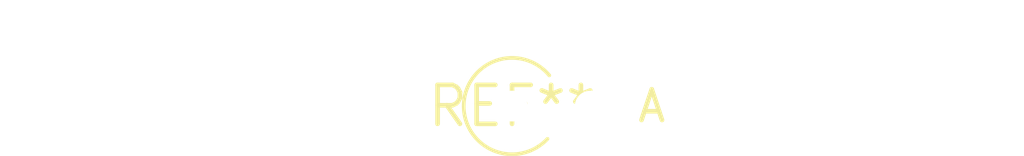
<source format=kicad_pcb>
(kicad_pcb (version 20240108) (generator pcbnew)
  (layers (0 "F.Cu" signal) (31 "B.Cu" signal) (34 "B.Paste" user) (35 "F.Paste" user) (36 "B.SilkS" user "B.Silkscreen") (37 "F.SilkS" user "F.Silkscreen") (38 "B.Mask" user) (39 "F.Mask" user) (44 "Edge.Cuts" user))
  (net 0 "")
  (footprint "D_T-1_P2.54mm_Vertical_AnodeUp" (layer "F.Cu") (at 0 0)
    (property "Reference" "REF**")
    (property "Value" "D_T-1_P2.54mm_Vertical_AnodeUp")
    (fp_arc (start 1.151253 1.067982) (mid -1.56969 -0.045178) (end 1.210772 -1) (layer "F.SilkS") (stroke (width 0.12)))
    (fp_text user "A" (at 4.54 0 0) (layer "F.SilkS"))
    (pad "1" thru_hole rect (at 0 0) (size 2 2) (drill 1) (layers *.Cu *.Mask) (remove_unused_layers))
    (pad "2" thru_hole oval (at 2.54 0) (size 2 2) (drill 1) (layers *.Cu *.Mask) (remove_unused_layers))
  )
)
</source>
